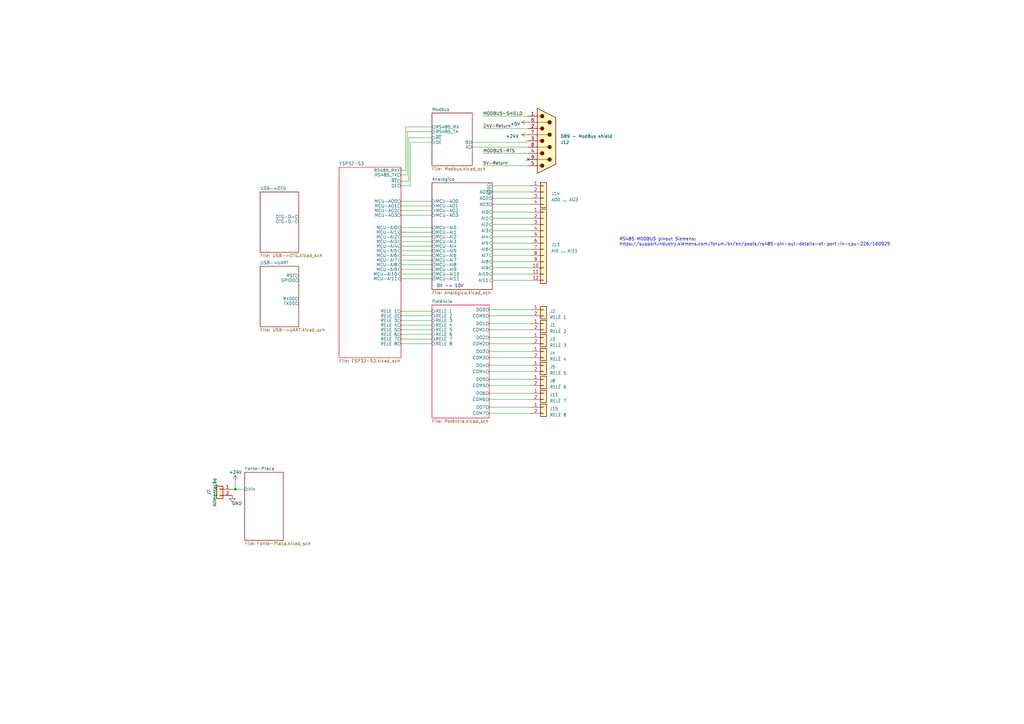
<source format=kicad_sch>
(kicad_sch (version 20230121) (generator eeschema)
  (paper "A3")
  (title_block (title "Controlador Compressor") (date "2023-03-03") (rev "1") (company "Linear Compressores") (comment 1 "Autor: Ícaro Fernando"))
  (lib_symbols
    (symbol "Connector:DE9_Plug" (pin_names (offset 1.016) hide)
      (property "Reference" "J" (at 0 13.97 0))
      (property "Value" "DE9_Plug" (at 0 -14.605 0))
      (symbol "DE9_Plug_0_1"
        (circle (center -1.778 -10.16) (radius 0.762) (fill (type outline)))
        (circle (center -1.778 -5.08) (radius 0.762) (fill (type outline)))
        (circle (center -1.778 0) (radius 0.762) (fill (type outline)))
        (circle (center -1.778 5.08) (radius 0.762) (fill (type outline)))
        (circle (center -1.778 10.16) (radius 0.762) (fill (type outline)))
        (polyline (pts (xy -3.81 -10.16) (xy -2.54 -10.16)))
        (polyline (pts (xy -3.81 -7.62) (xy 0.508 -7.62)))
        (polyline (pts (xy -3.81 -5.08) (xy -2.54 -5.08)))
        (polyline (pts (xy -3.81 -2.54) (xy 0.508 -2.54)))
        (polyline (pts (xy -3.81 0) (xy -2.54 0)))
        (polyline (pts (xy -3.81 2.54) (xy 0.508 2.54)))
        (polyline (pts (xy -3.81 5.08) (xy -2.54 5.08)))
        (polyline (pts (xy -3.81 7.62) (xy 0.508 7.62)))
        (polyline (pts (xy -3.81 10.16) (xy -2.54 10.16)))
        (polyline (pts (xy -3.81 -13.335) (xy -3.81 13.335) (xy 3.81 9.525) (xy 3.81 -9.525) (xy -3.81 -13.335)) (stroke (width 0.254)) (fill (type background)))
        (circle (center 1.27 -7.62) (radius 0.762) (fill (type outline)))
        (circle (center 1.27 -2.54) (radius 0.762) (fill (type outline)))
        (circle (center 1.27 2.54) (radius 0.762) (fill (type outline)))
        (circle (center 1.27 7.62) (radius 0.762) (fill (type outline)))
      )
      (symbol "DE9_Plug_1_1"
        (pin passive line (at -7.62 -10.16 0) (length 3.81) (name "1") (number "1"))
        (pin passive line (at -7.62 -5.08 0) (length 3.81) (name "2") (number "2"))
        (pin passive line (at -7.62 0 0) (length 3.81) (name "3") (number "3"))
        (pin passive line (at -7.62 5.08 0) (length 3.81) (name "4") (number "4"))
        (pin passive line (at -7.62 10.16 0) (length 3.81) (name "5") (number "5"))
        (pin passive line (at -7.62 -7.62 0) (length 3.81) (name "6") (number "6"))
        (pin passive line (at -7.62 -2.54 0) (length 3.81) (name "7") (number "7"))
        (pin passive line (at -7.62 2.54 0) (length 3.81) (name "8") (number "8"))
        (pin passive line (at -7.62 7.62 0) (length 3.81) (name "9") (number "9"))
      )
    )
    (symbol "Connector_Generic:Conn_01x02" (pin_names (offset 1.016) hide)
      (property "Reference" "J" (at 0 2.54 0))
      (property "Value" "Conn_01x02" (at 0 -5.08 0))
      (symbol "Conn_01x02_1_1"
        (rectangle (start -1.27 -2.413) (end 0 -2.667) (stroke (width 0.1524)))
        (rectangle (start -1.27 0.127) (end 0 -0.127) (stroke (width 0.1524)))
        (rectangle (start -1.27 1.27) (end 1.27 -3.81) (stroke (width 0.254)) (fill (type background)))
        (pin passive line (at -5.08 0 0) (length 3.81) (name "Pin_1") (number "1"))
        (pin passive line (at -5.08 -2.54 0) (length 3.81) (name "Pin_2") (number "2"))
      )
    )
    (symbol "Connector_Generic:Conn_01x04" (pin_names (offset 1.016) hide)
      (property "Reference" "J" (at 0 5.08 0))
      (property "Value" "Conn_01x04" (at 0 -7.62 0))
      (symbol "Conn_01x04_1_1"
        (rectangle (start -1.27 -4.953) (end 0 -5.207) (stroke (width 0.1524)))
        (rectangle (start -1.27 -2.413) (end 0 -2.667) (stroke (width 0.1524)))
        (rectangle (start -1.27 0.127) (end 0 -0.127) (stroke (width 0.1524)))
        (rectangle (start -1.27 2.667) (end 0 2.413) (stroke (width 0.1524)))
        (rectangle (start -1.27 3.81) (end 1.27 -6.35) (stroke (width 0.254)) (fill (type background)))
        (pin passive line (at -5.08 2.54 0) (length 3.81) (name "Pin_1") (number "1"))
        (pin passive line (at -5.08 0 0) (length 3.81) (name "Pin_2") (number "2"))
        (pin passive line (at -5.08 -2.54 0) (length 3.81) (name "Pin_3") (number "3"))
        (pin passive line (at -5.08 -5.08 0) (length 3.81) (name "Pin_4") (number "4"))
      )
    )
    (symbol "Connector_Generic:Conn_01x12" (pin_names (offset 1.016) hide)
      (property "Reference" "J" (at 0 15.24 0))
      (property "Value" "Conn_01x12" (at 0 -17.78 0))
      (symbol "Conn_01x12_1_1"
        (rectangle (start -1.27 -15.113) (end 0 -15.367) (stroke (width 0.1524)))
        (rectangle (start -1.27 -12.573) (end 0 -12.827) (stroke (width 0.1524)))
        (rectangle (start -1.27 -10.033) (end 0 -10.287) (stroke (width 0.1524)))
        (rectangle (start -1.27 -7.493) (end 0 -7.747) (stroke (width 0.1524)))
        (rectangle (start -1.27 -4.953) (end 0 -5.207) (stroke (width 0.1524)))
        (rectangle (start -1.27 -2.413) (end 0 -2.667) (stroke (width 0.1524)))
        (rectangle (start -1.27 0.127) (end 0 -0.127) (stroke (width 0.1524)))
        (rectangle (start -1.27 2.667) (end 0 2.413) (stroke (width 0.1524)))
        (rectangle (start -1.27 5.207) (end 0 4.953) (stroke (width 0.1524)))
        (rectangle (start -1.27 7.747) (end 0 7.493) (stroke (width 0.1524)))
        (rectangle (start -1.27 10.287) (end 0 10.033) (stroke (width 0.1524)))
        (rectangle (start -1.27 12.827) (end 0 12.573) (stroke (width 0.1524)))
        (rectangle (start -1.27 13.97) (end 1.27 -16.51) (stroke (width 0.254)) (fill (type background)))
        (pin passive line (at -5.08 12.7 0) (length 3.81) (name "Pin_1") (number "1"))
        (pin passive line (at -5.08 -10.16 0) (length 3.81) (name "Pin_10") (number "10"))
        (pin passive line (at -5.08 -12.7 0) (length 3.81) (name "Pin_11") (number "11"))
        (pin passive line (at -5.08 -15.24 0) (length 3.81) (name "Pin_12") (number "12"))
        (pin passive line (at -5.08 10.16 0) (length 3.81) (name "Pin_2") (number "2"))
        (pin passive line (at -5.08 7.62 0) (length 3.81) (name "Pin_3") (number "3"))
        (pin passive line (at -5.08 5.08 0) (length 3.81) (name "Pin_4") (number "4"))
        (pin passive line (at -5.08 2.54 0) (length 3.81) (name "Pin_5") (number "5"))
        (pin passive line (at -5.08 0 0) (length 3.81) (name "Pin_6") (number "6"))
        (pin passive line (at -5.08 -2.54 0) (length 3.81) (name "Pin_7") (number "7"))
        (pin passive line (at -5.08 -5.08 0) (length 3.81) (name "Pin_8") (number "8"))
        (pin passive line (at -5.08 -7.62 0) (length 3.81) (name "Pin_9") (number "9"))
      )
    )
    (symbol "power:+24V" (power) (pin_names (offset 0))
      (property "Value" "+24V" (at 0 3.556 0))
      (symbol "+24V_0_1"
        (polyline (pts (xy -0.762 1.27) (xy 0 2.54)))
        (polyline (pts (xy 0 0) (xy 0 2.54)))
        (polyline (pts (xy 0 2.54) (xy 0.762 1.27)))
      )
      (symbol "+24V_1_1"
        (pin power_in line (at 0 0 90) (length 0) hide (name "+24V") (number "1"))
      )
    )
    (symbol "power:+5V" (power) (pin_names (offset 0))
      (property "Value" "+5V" (at 0 3.556 0))
      (symbol "+5V_0_1"
        (polyline (pts (xy -0.762 1.27) (xy 0 2.54)))
        (polyline (pts (xy 0 0) (xy 0 2.54)))
        (polyline (pts (xy 0 2.54) (xy 0.762 1.27)))
      )
      (symbol "+5V_1_1"
        (pin power_in line (at 0 0 90) (length 0) hide (name "+5V") (number "1"))
      )
    )
    (symbol "power:GND" (power) (pin_names (offset 0))
      (property "Value" "GND" (at 0 -3.81 0))
      (symbol "GND_0_1"
        (polyline (pts (xy 0 0) (xy 0 -1.27) (xy 1.27 -1.27) (xy 0 -2.54) (xy -1.27 -1.27) (xy 0 -1.27)))
      )
      (symbol "GND_1_1"
        (pin power_in line (at 0 0 270) (length 0) hide (name "GND") (number "1"))
      )
    )
  )
  (junction (at 96.52 200.66))
  (no_connect (at 216.535 65.405))
  (wire (pts (xy 164.465 140.97) (xy 177.165 140.97)))
  (wire (pts (xy 200.66 161.29) (xy 217.805 161.29)))
  (wire (pts (xy 164.465 110.49) (xy 177.165 110.49)))
  (wire (pts (xy 164.465 97.155) (xy 177.165 97.155)))
  (wire (pts (xy 164.465 127.635) (xy 177.165 127.635)))
  (wire (pts (xy 164.465 74.295) (xy 167.64 74.295)))
  (wire (pts (xy 201.93 83.82) (xy 217.805 83.82)))
  (wire (pts (xy 200.66 169.545) (xy 217.805 169.545)))
  (wire (pts (xy 198.12 62.865) (xy 216.535 62.865)))
  (wire (pts (xy 164.465 93.345) (xy 177.165 93.345)))
  (wire (pts (xy 200.66 152.4) (xy 217.805 152.4)))
  (wire (pts (xy 201.93 76.2) (xy 217.805 76.2)))
  (wire (pts (xy 201.93 104.775) (xy 217.805 104.775)))
  (wire (pts (xy 164.465 86.36) (xy 177.165 86.36)))
  (wire (pts (xy 201.93 89.535) (xy 217.805 89.535)))
  (wire (pts (xy 200.66 132.715) (xy 217.805 132.715)))
  (wire (pts (xy 164.465 129.54) (xy 177.165 129.54)))
  (wire (pts (xy 201.93 114.935) (xy 217.805 114.935)))
  (wire (pts (xy 164.465 112.395) (xy 177.165 112.395)))
  (wire (pts (xy 164.465 131.445) (xy 177.165 131.445)))
  (wire (pts (xy 200.66 163.83) (xy 217.805 163.83)))
  (wire (pts (xy 201.93 102.235) (xy 217.805 102.235)))
  (wire (pts (xy 96.52 197.485) (xy 96.52 200.66)))
  (wire (pts (xy 201.93 94.615) (xy 217.805 94.615)))
  (wire (pts (xy 201.93 86.995) (xy 217.805 86.995)))
  (wire (pts (xy 201.93 81.28) (xy 217.805 81.28)))
  (wire (pts (xy 164.465 135.255) (xy 177.165 135.255)))
  (wire (pts (xy 167.005 53.975) (xy 167.005 71.755)))
  (wire (pts (xy 200.66 138.43) (xy 217.805 138.43)))
  (wire (pts (xy 164.465 95.25) (xy 177.165 95.25)))
  (wire (pts (xy 164.465 99.06) (xy 177.165 99.06)))
  (wire (pts (xy 215.9 57.785) (xy 215.9 58.42)))
  (wire (pts (xy 215.9 58.42) (xy 193.675 58.42)))
  (wire (pts (xy 201.93 109.855) (xy 217.805 109.855)))
  (wire (pts (xy 164.465 106.68) (xy 177.165 106.68)))
  (wire (pts (xy 201.93 97.155) (xy 217.805 97.155)))
  (wire (pts (xy 167.64 74.295) (xy 167.64 56.515)))
  (wire (pts (xy 177.165 53.975) (xy 167.005 53.975)))
  (wire (pts (xy 164.465 108.585) (xy 177.165 108.585)))
  (wire (pts (xy 168.275 58.42) (xy 177.165 58.42)))
  (wire (pts (xy 164.465 88.265) (xy 177.165 88.265)))
  (wire (pts (xy 164.465 102.87) (xy 177.165 102.87)))
  (wire (pts (xy 167.64 56.515) (xy 177.165 56.515)))
  (wire (pts (xy 164.465 114.3) (xy 177.165 114.3)))
  (wire (pts (xy 200.66 155.575) (xy 217.805 155.575)))
  (wire (pts (xy 164.465 69.85) (xy 166.37 69.85)))
  (wire (pts (xy 201.93 78.74) (xy 217.805 78.74)))
  (wire (pts (xy 200.66 158.115) (xy 217.805 158.115)))
  (wire (pts (xy 198.12 52.705) (xy 216.535 52.705)))
  (wire (pts (xy 166.37 52.07) (xy 177.165 52.07)))
  (wire (pts (xy 198.12 67.945) (xy 216.535 67.945)))
  (wire (pts (xy 164.465 139.065) (xy 177.165 139.065)))
  (wire (pts (xy 164.465 137.16) (xy 177.165 137.16)))
  (wire (pts (xy 200.66 167.005) (xy 217.805 167.005)))
  (wire (pts (xy 198.12 47.625) (xy 216.535 47.625)))
  (wire (pts (xy 201.93 92.075) (xy 217.805 92.075)))
  (wire (pts (xy 201.93 99.695) (xy 217.805 99.695)))
  (wire (pts (xy 164.465 84.455) (xy 177.165 84.455)))
  (wire (pts (xy 164.465 82.55) (xy 177.165 82.55)))
  (wire (pts (xy 164.465 133.35) (xy 177.165 133.35)))
  (wire (pts (xy 168.275 76.2) (xy 164.465 76.2)))
  (wire (pts (xy 167.005 71.755) (xy 164.465 71.755)))
  (wire (pts (xy 166.37 69.85) (xy 166.37 52.07)))
  (wire (pts (xy 164.465 104.775) (xy 177.165 104.775)))
  (wire (pts (xy 201.93 107.315) (xy 217.805 107.315)))
  (wire (pts (xy 200.66 127) (xy 217.805 127)))
  (wire (pts (xy 164.465 100.965) (xy 177.165 100.965)))
  (wire (pts (xy 95.25 200.66) (xy 96.52 200.66)))
  (wire (pts (xy 200.66 144.145) (xy 217.805 144.145)))
  (wire (pts (xy 168.275 58.42) (xy 168.275 76.2)))
  (wire (pts (xy 201.93 112.395) (xy 217.805 112.395)))
  (wire (pts (xy 200.66 129.54) (xy 217.805 129.54)))
  (wire (pts (xy 215.9 57.785) (xy 216.535 57.785)))
  (wire (pts (xy 193.675 60.325) (xy 216.535 60.325)))
  (wire (pts (xy 200.66 140.97) (xy 217.805 140.97)))
  (wire (pts (xy 200.66 149.86) (xy 217.805 149.86)))
  (wire (pts (xy 200.66 146.685) (xy 217.805 146.685)))
  (wire (pts (xy 96.52 200.66) (xy 100.33 200.66)))
  (wire (pts (xy 200.66 135.255) (xy 217.805 135.255)))
  (text "RS485 MODBUS pinout Siemens: \nhttps://support.industry.siemens.com/forum/br/en/posts/rs485-pin-out-details-of-port-in-cpu-226/160925" (at 254 100.965 0) (effects (font (size 1.27 1.27)) (justify left bottom)))
  (text "0V -> 10V " (at 191.135 118.11 0) (effects (font (size 1.27 1.27)) (justify right bottom)))
  (label "MODBUS-SHIELD" (at 198.12 47.625 0))
  (label "24V-Return" (at 198.12 52.705 0))
  (label "5V-Return" (at 198.12 67.945 0))
  (label "MODBUS-RTS" (at 198.12 62.865 0))
  (symbol (lib_id "Connector_Generic:Conn_01x02") (at 222.885 132.715 0) (unit 1)
    (property "Reference" "J1" (at 225.425 133.35 0) (effects (justify left)))
    (property "Value" "RELÉ 2" (at 225.425 135.89 0) (effects (justify left)))
    (property "Footprint" "Connector_Phoenix_MSTB:PhoenixContact_MSTBA_2,5_2-G-5,08_1x02_P5.08mm_Horizontal" (effects hide))
  )
  (symbol (lib_id "Connector_Generic:Conn_01x04") (at 222.885 78.74 0) (unit 1)
    (property "Reference" "J14" (at 226.06 79.375 0) (effects (justify left)))
    (property "Value" "AO0 ... AO3" (at 226.06 81.915 0) (effects (justify left)))
    (property "Footprint" "Connector_Phoenix_MSTB:PhoenixContact_MSTBA_2,5_4-G-5,08_1x04_P5.08mm_Horizontal" (effects hide))
  )
  (symbol (lib_id "Connector:DE9_Plug") (at 224.155 57.785 0) (mirror x) (unit 1)
    (property "Reference" "J12" (at 229.87 58.42 0) (effects (justify left)))
    (property "Value" "DB9 - ModBus shield" (at 229.87 55.88 0) (effects (justify left)))
    (property "Datasheet" " ~" (effects hide))
  )
  (symbol (lib_id "Connector_Generic:Conn_01x02") (at 222.885 127 0) (unit 1)
    (property "Reference" "J2" (at 225.425 127.635 0) (effects (justify left)))
    (property "Value" "RELÉ 1" (at 225.425 130.175 0) (effects (justify left)))
    (property "Footprint" "Connector_Phoenix_MSTB:PhoenixContact_MSTBA_2,5_2-G-5,08_1x02_P5.08mm_Horizontal" (effects hide))
  )
  (symbol (lib_id "Connector_Generic:Conn_01x02") (at 222.885 144.145 0) (unit 1)
    (property "Reference" "J4" (at 225.425 144.78 0) (effects (justify left)))
    (property "Value" "RELÉ 4" (at 225.425 147.32 0) (effects (justify left)))
    (property "Footprint" "Connector_Phoenix_MSTB:PhoenixContact_MSTBA_2,5_2-G-5,08_1x02_P5.08mm_Horizontal" (effects hide))
  )
  (symbol (lib_id "Connector_Generic:Conn_01x12") (at 222.885 99.695 0) (unit 1)
    (property "Reference" "J13" (at 226.06 100.33 0) (effects (justify left)))
    (property "Value" "AI0 ... AI11" (at 226.06 102.87 0) (effects (justify left)))
    (property "Footprint" "Connector_Phoenix_MSTB:PhoenixContact_MSTBA_2,5_12-G-5,08_1x12_P5.08mm_Horizontal" (effects hide))
  )
  (symbol (lib_id "power:GND") (at 95.25 203.2 0) (mirror y) (unit 1)
    (property "Reference" "#PWR011" (effects hide))
    (property "Value" "GND" (at 95.123 206.4512 0) (effects (justify right)))
  )
  (symbol (lib_id "Connector_Generic:Conn_01x02") (at 222.885 149.86 0) (unit 1)
    (property "Reference" "J5" (at 225.425 150.495 0) (effects (justify left)))
    (property "Value" "RELÉ 5" (at 225.425 153.035 0) (effects (justify left)))
    (property "Footprint" "Connector_Phoenix_MSTB:PhoenixContact_MSTBA_2,5_2-G-5,08_1x02_P5.08mm_Horizontal" (effects hide))
  )
  (symbol (lib_id "Connector_Generic:Conn_01x02") (at 222.885 155.575 0) (unit 1)
    (property "Reference" "J8" (at 225.425 156.21 0) (effects (justify left)))
    (property "Value" "RELÉ 6" (at 225.425 158.75 0) (effects (justify left)))
    (property "Footprint" "Connector_Phoenix_MSTB:PhoenixContact_MSTBA_2,5_2-G-5,08_1x02_P5.08mm_Horizontal" (effects hide))
  )
  (symbol (lib_id "power:+5V") (at 216.535 50.165 90) (unit 1)
    (property "Reference" "#PWR046" (effects hide))
    (property "Value" "+5V" (at 213.36 50.8 90) (effects (justify left)))
  )
  (symbol (lib_id "Connector_Generic:Conn_01x02") (at 222.885 138.43 0) (unit 1)
    (property "Reference" "J3" (at 225.425 139.065 0) (effects (justify left)))
    (property "Value" "RELÉ 3" (at 225.425 141.605 0) (effects (justify left)))
    (property "Footprint" "Connector_Phoenix_MSTB:PhoenixContact_MSTBA_2,5_2-G-5,08_1x02_P5.08mm_Horizontal" (effects hide))
  )
  (symbol (lib_id "Connector_Generic:Conn_01x02") (at 222.885 161.29 0) (unit 1)
    (property "Reference" "J11" (at 225.425 161.925 0) (effects (justify left)))
    (property "Value" "RELÉ 7" (at 225.425 164.465 0) (effects (justify left)))
    (property "Footprint" "Connector_Phoenix_MSTB:PhoenixContact_MSTBA_2,5_2-G-5,08_1x02_P5.08mm_Horizontal" (effects hide))
  )
  (symbol (lib_id "Connector_Generic:Conn_01x02") (at 90.17 200.66 0) (mirror y) (unit 1)
    (property "Reference" "J7" (at 85.725 201.93 90))
    (property "Value" "Alimentação" (at 88.0364 201.93 90))
    (property "Footprint" "Connector_Phoenix_MSTB:PhoenixContact_MSTBA_2,5_2-G-5,08_1x02_P5.08mm_Horizontal" (effects hide))
  )
  (symbol (lib_id "power:+24V") (at 216.535 55.245 90) (unit 1)
    (property "Reference" "#PWR045" (effects hide))
    (property "Value" "+24V" (at 212.725 55.88 90) (effects (justify left)))
  )
  (symbol (lib_id "power:+24V") (at 96.52 197.485 0) (unit 1)
    (property "Reference" "#PWR044" (effects hide))
    (property "Value" "+24V" (at 96.52 193.675 0))
  )
  (symbol (lib_id "Connector_Generic:Conn_01x02") (at 222.885 167.005 0) (unit 1)
    (property "Reference" "J15" (at 225.425 167.64 0) (effects (justify left)))
    (property "Value" "RELÉ 8" (at 225.425 170.18 0) (effects (justify left)))
    (property "Footprint" "Connector_Phoenix_MSTB:PhoenixContact_MSTBA_2,5_2-G-5,08_1x02_P5.08mm_Horizontal" (effects hide))
  )
  (sheet (at 177.165 74.93) (size 24.765 43.815) (stroke (width 0.1524))
    (property "Sheetname" "Analógico" (at 177.165 74.2184 0) (effects (justify left bottom)))
    (property "Sheetfile" "Analógico.kicad_sch" (at 177.165 119.3296 0) (effects (justify left top)))
    (pin "AO0" output (at 200.66 74.93 90))
    (pin "AO1" output (at 201.93 78.74 0))
    (pin "AO2" output (at 201.93 81.28 0))
    (pin "AO3" output (at 201.93 83.82 0))
    (pin "AI0" input (at 201.93 86.995 0))
    (pin "AI1" input (at 201.93 89.535 0))
    (pin "AI2" input (at 201.93 92.075 0))
    (pin "AI3" input (at 201.93 94.615 0))
    (pin "AI4" input (at 201.93 97.155 0))
    (pin "AI5" input (at 201.93 99.695 0))
    (pin "AI6" input (at 201.93 102.235 0))
    (pin "AI7" input (at 201.93 104.775 0))
    (pin "AI8" input (at 201.93 107.315 0))
    (pin "AI9" input (at 201.93 109.855 0))
    (pin "AI10" input (at 201.93 112.395 0))
    (pin "AI11" input (at 201.93 114.935 0))
    (pin "MCU-AI8" output (at 177.165 108.585 180))
    (pin "MCU-AI11" output (at 177.165 114.3 180))
    (pin "MCU-AI9" output (at 177.165 110.49 180))
    (pin "MCU-AI10" output (at 177.165 112.395 180))
    (pin "MCU-AI7" output (at 177.165 106.68 180))
    (pin "MCU-AI4" output (at 177.165 100.965 180))
    (pin "MCU-AI3" output (at 177.165 99.06 180))
    (pin "MCU-AI6" output (at 177.165 104.775 180))
    (pin "MCU-AI5" output (at 177.165 102.87 180))
    (pin "MCU-AI2" output (at 177.165 97.155 180))
    (pin "MCU-AI1" output (at 177.165 95.25 180))
    (pin "MCU-AI0" output (at 177.165 93.345 180))
    (pin "MCU-AO0" input (at 177.165 82.55 180))
    (pin "MCU-AO2" input (at 177.165 86.36 180))
    (pin "MCU-AO1" input (at 177.165 84.455 180))
    (pin "MCU-AO3" input (at 177.165 88.265 180))
  )
  (sheet (at 177.165 46.355) (size 16.51 21.59) (stroke (width 0.1524))
    (property "Sheetname" "Modbus" (at 177.165 45.6434 0) (effects (justify left bottom)))
    (property "Sheetfile" "Modbus.kicad_sch" (at 177.165 68.5296 0) (effects (justify left top)))
    (pin "DE" input (at 177.165 58.42 180))
    (pin "RS485_TX" input (at 177.165 53.975 180))
    (pin "RS485_RX" output (at 177.165 52.07 180))
    (pin "~{RE}" input (at 177.165 56.515 180))
    (pin "B" output (at 193.675 58.42 0))
    (pin "A" output (at 193.675 60.325 0))
  )
  (sheet (at 106.68 78.74) (size 15.875 24.765) (stroke (width 0.1524))
    (property "Sheetname" "USB->OTG" (at 106.68 78.0284 0) (effects (justify left bottom)))
    (property "Sheetfile" "USB->OTG.kicad_sch" (at 106.68 104.0896 0) (effects (justify left top)))
    (pin "OTG-D+" output (at 122.555 88.9 0))
    (pin "OTG-D-" output (at 122.555 90.805 0))
  )
  (sheet (at 177.165 125.095) (size 23.495 46.355) (stroke (width 0.1524) (color 255 3 67 1))
    (property "Sheetname" "Potência" (at 177.165 124.3834 0) (effects (justify left bottom)))
    (property "Sheetfile" "Potência.kicad_sch" (at 177.165 172.0346 0) (effects (justify left top)))
    (pin "RELE 3" input (at 177.165 131.445 180))
    (pin "RELE 1" input (at 177.165 127.635 180))
    (pin "RELE 5" input (at 177.165 135.255 180))
    (pin "RELE 4" input (at 177.165 133.35 180))
    (pin "RELE 2" input (at 177.165 129.54 180))
    (pin "RELE 6" input (at 177.165 137.16 180))
    (pin "RELE 7" input (at 177.165 139.065 180))
    (pin "RELE 8" input (at 177.165 140.97 180))
    (pin "DO0" output (at 200.66 127 0))
    (pin "COM0" output (at 200.66 129.54 0))
    (pin "DO1" output (at 200.66 132.715 0))
    (pin "COM1" output (at 200.66 135.255 0))
    (pin "DO2" output (at 200.66 138.43 0))
    (pin "COM2" output (at 200.66 140.97 0))
    (pin "DO4" output (at 200.66 149.86 0))
    (pin "COM4" output (at 200.66 152.4 0))
    (pin "DO6" output (at 200.66 161.29 0))
    (pin "COM6" output (at 200.66 163.83 0))
    (pin "DO7" output (at 200.66 167.005 0))
    (pin "COM7" output (at 200.66 169.545 0))
    (pin "DO5" output (at 200.66 155.575 0))
    (pin "COM5" output (at 200.66 158.115 0))
    (pin "DO3" output (at 200.66 144.145 0))
    (pin "COM3" output (at 200.66 146.685 0))
  )
  (sheet (at 100.33 193.675) (size 15.875 27.94) (stroke (width 0.1524))
    (property "Sheetname" "Fonte-Placa" (at 100.33 192.9634 0) (effects (justify left bottom)))
    (property "Sheetfile" "Fonte-Placa.kicad_sch" (at 100.33 222.1996 0) (effects (justify left top)))
    (pin "Vin" input (at 100.33 200.66 180))
  )
  (sheet (at 139.065 68.58) (size 25.4 78.105) (stroke (width 0.1524) (color 255 18 43 1))
    (property "Sheetname" "ESP32-S3" (at 139.065 67.8684 0) (effects (justify left bottom)))
    (property "Sheetfile" "ESP32-S3.kicad_sch" (at 139.065 147.2696 0) (effects (justify left top)))
    (pin "RELE 3" output (at 164.465 131.445 0))
    (pin "RELE 4" output (at 164.465 133.35 0))
    (pin "RELE 2" output (at 164.465 129.54 0))
    (pin "RELE 1" output (at 164.465 127.635 0))
    (pin "RELE 5" output (at 164.465 135.255 0))
    (pin "~{RE}" output (at 164.465 74.295 0))
    (pin "RELE 6" output (at 164.465 137.16 0))
    (pin "RS485_TX" output (at 164.465 71.755 0))
    (pin "DE" output (at 164.465 76.2 0))
    (pin "RS485_RX" input (at 164.465 69.85 0))
    (pin "RELE 7" output (at 164.465 139.065 0))
    (pin "RELE 8" output (at 164.465 140.97 0))
    (pin "MCU-AO2" output (at 164.465 86.36 0))
    (pin "MCU-AO3" output (at 164.465 88.265 0))
    (pin "MCU-AO0" output (at 164.465 82.55 0))
    (pin "MCU-AO1" output (at 164.465 84.455 0))
    (pin "MCU-AI9" input (at 164.465 110.49 0))
    (pin "MCU-AI5" input (at 164.465 102.87 0))
    (pin "MCU-AI6" input (at 164.465 104.775 0))
    (pin "MCU-AI10" input (at 164.465 112.395 0))
    (pin "MCU-AI8" input (at 164.465 108.585 0))
    (pin "MCU-AI7" input (at 164.465 106.68 0))
    (pin "MCU-AI11" input (at 164.465 114.3 0))
    (pin "MCU-AI1" input (at 164.465 95.25 0))
    (pin "MCU-AI3" input (at 164.465 99.06 0))
    (pin "MCU-AI0" input (at 164.465 93.345 0))
    (pin "MCU-AI2" input (at 164.465 97.155 0))
    (pin "MCU-AI4" input (at 164.465 100.965 0))
  )
  (sheet (at 106.68 109.22) (size 15.875 24.765) (stroke (width 0.1524))
    (property "Sheetname" "USB->UART" (at 106.68 108.5084 0) (effects (justify left bottom)))
    (property "Sheetfile" "USB->UART.kicad_sch" (at 106.68 134.5696 0) (effects (justify left top)))
    (pin "RST" output (at 122.555 113.03 0))
    (pin "GPIO0" output (at 122.555 114.935 0))
    (pin "RXD0" output (at 122.555 122.555 0))
    (pin "TXD0" output (at 122.555 124.46 0))
  )
)
</source>
